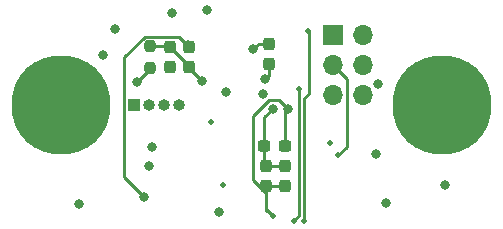
<source format=gbr>
%TF.GenerationSoftware,KiCad,Pcbnew,(5.99.0-8996-g10442b98df)*%
%TF.CreationDate,2021-04-19T08:50:07+01:00*%
%TF.ProjectId,CANduino,43414e64-7569-46e6-9f2e-6b696361645f,rev?*%
%TF.SameCoordinates,Original*%
%TF.FileFunction,Copper,L4,Bot*%
%TF.FilePolarity,Positive*%
%FSLAX46Y46*%
G04 Gerber Fmt 4.6, Leading zero omitted, Abs format (unit mm)*
G04 Created by KiCad (PCBNEW (5.99.0-8996-g10442b98df)) date 2021-04-19 08:50:07*
%MOMM*%
%LPD*%
G01*
G04 APERTURE LIST*
G04 Aperture macros list*
%AMRoundRect*
0 Rectangle with rounded corners*
0 $1 Rounding radius*
0 $2 $3 $4 $5 $6 $7 $8 $9 X,Y pos of 4 corners*
0 Add a 4 corners polygon primitive as box body*
4,1,4,$2,$3,$4,$5,$6,$7,$8,$9,$2,$3,0*
0 Add four circle primitives for the rounded corners*
1,1,$1+$1,$2,$3*
1,1,$1+$1,$4,$5*
1,1,$1+$1,$6,$7*
1,1,$1+$1,$8,$9*
0 Add four rect primitives between the rounded corners*
20,1,$1+$1,$2,$3,$4,$5,0*
20,1,$1+$1,$4,$5,$6,$7,0*
20,1,$1+$1,$6,$7,$8,$9,0*
20,1,$1+$1,$8,$9,$2,$3,0*%
G04 Aperture macros list end*
%TA.AperFunction,ComponentPad*%
%ADD10O,1.700000X1.700000*%
%TD*%
%TA.AperFunction,ComponentPad*%
%ADD11R,1.700000X1.700000*%
%TD*%
%TA.AperFunction,SMDPad,CuDef*%
%ADD12RoundRect,0.237500X-0.237500X0.300000X-0.237500X-0.300000X0.237500X-0.300000X0.237500X0.300000X0*%
%TD*%
%TA.AperFunction,SMDPad,CuDef*%
%ADD13RoundRect,0.237500X-0.300000X-0.237500X0.300000X-0.237500X0.300000X0.237500X-0.300000X0.237500X0*%
%TD*%
%TA.AperFunction,ComponentPad*%
%ADD14C,8.382000*%
%TD*%
%TA.AperFunction,ComponentPad*%
%ADD15R,1.000000X1.000000*%
%TD*%
%TA.AperFunction,ComponentPad*%
%ADD16O,1.000000X1.000000*%
%TD*%
%TA.AperFunction,SMDPad,CuDef*%
%ADD17RoundRect,0.237500X-0.237500X0.250000X-0.237500X-0.250000X0.237500X-0.250000X0.237500X0.250000X0*%
%TD*%
%TA.AperFunction,SMDPad,CuDef*%
%ADD18RoundRect,0.237500X0.237500X-0.300000X0.237500X0.300000X-0.237500X0.300000X-0.237500X-0.300000X0*%
%TD*%
%TA.AperFunction,ViaPad*%
%ADD19C,0.508000*%
%TD*%
%TA.AperFunction,ViaPad*%
%ADD20C,0.800000*%
%TD*%
%TA.AperFunction,Conductor*%
%ADD21C,0.250000*%
%TD*%
G04 APERTURE END LIST*
D10*
%TO.P,J1,6,Pin_6*%
%TO.N,GND*%
X177065000Y-108805000D03*
%TO.P,J1,5,Pin_5*%
%TO.N,/mcu/RESET*%
X174525000Y-108805000D03*
%TO.P,J1,4,Pin_4*%
%TO.N,/mcu/ICSP_MOSI*%
X177065000Y-106265000D03*
%TO.P,J1,3,Pin_3*%
%TO.N,/mcu/ICSP_SCK*%
X174525000Y-106265000D03*
%TO.P,J1,2,Pin_2*%
%TO.N,5V_USB*%
X177065000Y-103725000D03*
D11*
%TO.P,J1,1,Pin_1*%
%TO.N,/mcu/ICSP_MISO*%
X174525000Y-103725000D03*
%TD*%
D12*
%TO.P,C13,2*%
%TO.N,+5V*%
X170450000Y-116512500D03*
%TO.P,C13,1*%
%TO.N,GND*%
X170450000Y-114787500D03*
%TD*%
D13*
%TO.P,C12,2*%
%TO.N,+5V*%
X170437500Y-113075000D03*
%TO.P,C12,1*%
%TO.N,GND*%
X168712500Y-113075000D03*
%TD*%
D12*
%TO.P,C6,2*%
%TO.N,+5V*%
X168850000Y-116512500D03*
%TO.P,C6,1*%
%TO.N,GND*%
X168850000Y-114787500D03*
%TD*%
D14*
%TO.P,H3,1*%
%TO.N,N/C*%
X183750001Y-109649895D03*
%TD*%
D15*
%TO.P,J2,1,Pin_1*%
%TO.N,+12V*%
X157690000Y-109675000D03*
D16*
%TO.P,J2,2,Pin_2*%
%TO.N,GND*%
X158960000Y-109675000D03*
%TO.P,J2,3,Pin_3*%
%TO.N,CANL*%
X160230000Y-109675000D03*
%TO.P,J2,4,Pin_4*%
%TO.N,CANH*%
X161500000Y-109675000D03*
%TD*%
D14*
%TO.P,H2,1*%
%TO.N,N/C*%
X151550693Y-109649898D03*
%TD*%
D17*
%TO.P,R2,1*%
%TO.N,GND*%
X159085000Y-104662500D03*
%TO.P,R2,2*%
%TO.N,Net-(IC1-Pad4)*%
X159085000Y-106487500D03*
%TD*%
D12*
%TO.P,C15,1*%
%TO.N,+5V*%
X169100000Y-104437500D03*
%TO.P,C15,2*%
%TO.N,GND*%
X169100000Y-106162500D03*
%TD*%
D18*
%TO.P,C3,1*%
%TO.N,GND*%
X162335000Y-106437500D03*
%TO.P,C3,2*%
%TO.N,5V_CAR*%
X162335000Y-104712500D03*
%TD*%
%TO.P,C4,1*%
%TO.N,5V_USB*%
X160735000Y-106437500D03*
%TO.P,C4,2*%
%TO.N,GND*%
X160735000Y-104712500D03*
%TD*%
D19*
%TO.N,/mcu/ICSP_MOSI*%
X164175008Y-111049994D03*
D20*
%TO.N,/mcu/ICSP_MISO*%
X168588339Y-108713339D03*
D19*
%TO.N,/mcu/ICSP_SCK*%
X175000006Y-113900001D03*
D20*
%TO.N,5V_CAR*%
X158550000Y-117425000D03*
%TO.N,GND*%
X153050000Y-118000000D03*
D19*
%TO.N,/mcu/TXCAN*%
X171675000Y-108250000D03*
%TO.N,/mcu/RXCAN*%
X172425004Y-103350009D03*
%TO.N,/mcu/RESET*%
X165200000Y-116400000D03*
X174300007Y-112900003D03*
D20*
%TO.N,GND*%
X163900000Y-101625000D03*
D19*
%TO.N,5V_USB*%
X160749996Y-106474997D03*
%TO.N,5V_CAR*%
X162275000Y-104425000D03*
D20*
%TO.N,+5V*%
X160925000Y-101825000D03*
%TO.N,Net-(IC1-Pad4)*%
X157975000Y-107700000D03*
%TO.N,GND*%
X156075000Y-103175000D03*
X155100000Y-105450000D03*
X163425000Y-107600000D03*
%TO.N,+5V*%
X167775000Y-104925000D03*
%TO.N,GND*%
X168775000Y-107475000D03*
X165500000Y-108525000D03*
X159200000Y-113225000D03*
X159000000Y-114775000D03*
X164875000Y-118725000D03*
D19*
%TO.N,/mcu/RXCAN*%
X172125005Y-119425009D03*
%TO.N,/mcu/TXCAN*%
X171226429Y-119421580D03*
D20*
%TO.N,GND*%
X169450000Y-109950000D03*
D19*
%TO.N,+5V*%
X169425010Y-119050003D03*
D20*
X170725000Y-109950000D03*
%TO.N,GND*%
X179025000Y-117900000D03*
X184000000Y-116375000D03*
X178200000Y-113825000D03*
X178375000Y-107875000D03*
%TD*%
D21*
%TO.N,GND*%
X168712500Y-113075000D02*
X168712500Y-110687500D01*
X168712500Y-110687500D02*
X169450000Y-109950000D01*
%TO.N,/mcu/ICSP_SCK*%
X175700011Y-113199989D02*
X175000000Y-113900000D01*
X174525000Y-106265000D02*
X175700011Y-107440011D01*
X175700011Y-107440011D02*
X175700011Y-113199989D01*
%TO.N,+5V*%
X169999989Y-109224989D02*
X170725000Y-109950000D01*
X168850000Y-117125000D02*
X167725000Y-116000000D01*
X167725000Y-116000000D02*
X167725000Y-110601983D01*
X167725000Y-110601983D02*
X169101994Y-109224989D01*
X169101994Y-109224989D02*
X169999989Y-109224989D01*
X168850000Y-117325000D02*
X168850000Y-117125000D01*
X168850000Y-117125000D02*
X168850000Y-116512500D01*
%TO.N,GND*%
X162335000Y-106437500D02*
X162335000Y-106510000D01*
X162335000Y-106510000D02*
X163425000Y-107600000D01*
%TO.N,5V_CAR*%
X156864989Y-115739989D02*
X158550000Y-117425000D01*
X156864989Y-105599487D02*
X156864989Y-115739989D01*
X158614496Y-103849980D02*
X156864989Y-105599487D01*
X161472480Y-103849980D02*
X158614496Y-103849980D01*
X162335000Y-104712500D02*
X161472480Y-103849980D01*
%TO.N,/mcu/RXCAN*%
X172125005Y-119425009D02*
X172125005Y-109074995D01*
X172125005Y-109074995D02*
X172475000Y-108725000D01*
X172475000Y-108725000D02*
X172475000Y-103400000D01*
X172475000Y-103400000D02*
X172425000Y-103350000D01*
%TO.N,/mcu/TXCAN*%
X171674985Y-108399985D02*
X171650000Y-108375000D01*
X171674985Y-118973024D02*
X171674985Y-108399985D01*
X171226429Y-119421580D02*
X171674985Y-118973024D01*
%TO.N,GND*%
X162335000Y-106437500D02*
X162335000Y-106312500D01*
X162335000Y-106312500D02*
X160735000Y-104712500D01*
X159085000Y-104662500D02*
X160685000Y-104662500D01*
X160685000Y-104662500D02*
X160735000Y-104712500D01*
%TO.N,5V_USB*%
X160735000Y-106460000D02*
X160750000Y-106475000D01*
X160735000Y-106437500D02*
X160735000Y-106460000D01*
%TO.N,Net-(IC1-Pad4)*%
X159085000Y-106590000D02*
X157975000Y-107700000D01*
X159085000Y-106487500D02*
X159085000Y-106590000D01*
%TO.N,GND*%
X159085000Y-104662500D02*
X159085000Y-104787500D01*
%TO.N,+5V*%
X168262500Y-104437500D02*
X167775000Y-104925000D01*
X169100000Y-104437500D02*
X168262500Y-104437500D01*
%TO.N,GND*%
X169100000Y-106162500D02*
X169100000Y-107150000D01*
X169100000Y-107150000D02*
X168775000Y-107475000D01*
%TO.N,+5V*%
X168850000Y-118625000D02*
X168850000Y-117325000D01*
X168850000Y-117325000D02*
X168850000Y-118475000D01*
X168850000Y-118475000D02*
X169425000Y-119050000D01*
X170450000Y-116512500D02*
X168850000Y-116512500D01*
X170437500Y-110237500D02*
X170725000Y-109950000D01*
X170437500Y-113075000D02*
X170437500Y-110237500D01*
%TO.N,GND*%
X168712500Y-113075000D02*
X168712500Y-114650000D01*
X168712500Y-114650000D02*
X168850000Y-114787500D01*
X170450000Y-114787500D02*
X168850000Y-114787500D01*
%TD*%
M02*

</source>
